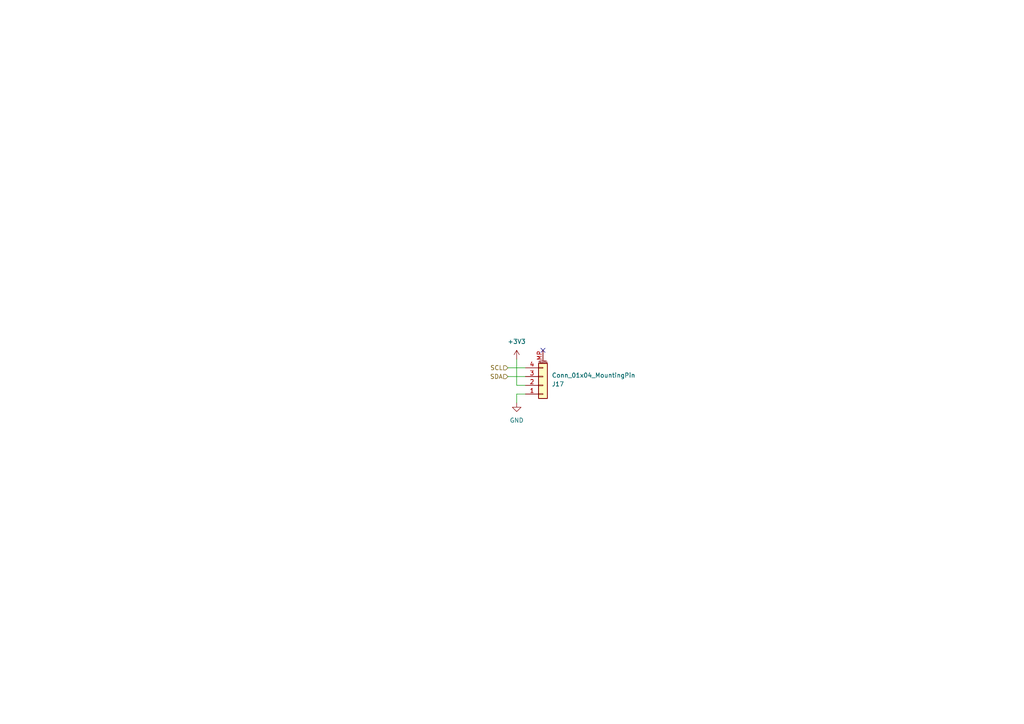
<source format=kicad_sch>
(kicad_sch (version 20250114) (generator "eeschema") (generator_version "9.0")
  (paper "A4")
  (lib_symbols
    (symbol "Connector_Generic_MountingPin:Conn_01x04_MountingPin" (pin_names (offset 1.016) (hide yes))
      (property "Reference" "J" (at 0 5.08 0))
      (property "Value" "Conn_01x04_MountingPin" (at 1.27 -7.62 0))
      (symbol "Conn_01x04_MountingPin_1_1"
        (rectangle (start -1.27 3.81) (end 1.27 -6.35) (stroke (width 0.254)) (fill (type background)))
        (rectangle (start -1.27 2.667) (end 0 2.413) (stroke (width 0.1524)))
        (rectangle (start -1.27 0.127) (end 0 -0.127) (stroke (width 0.1524)))
        (rectangle (start -1.27 -2.413) (end 0 -2.667) (stroke (width 0.1524)))
        (rectangle (start -1.27 -4.953) (end 0 -5.207) (stroke (width 0.1524)))
        (polyline (pts (xy -1.016 -7.112) (xy 1.016 -7.112)) (stroke (width 0.1524)))
        (text "Mounting" (at 0 -6.731 0) (effects (font (size 0.381 0.381))))
        (pin passive line (at -5.08 2.54 0) (length 3.81) (name "Pin_1") (number "1"))
        (pin passive line (at -5.08 0 0) (length 3.81) (name "Pin_2") (number "2"))
        (pin passive line (at -5.08 -2.54 0) (length 3.81) (name "Pin_3") (number "3"))
        (pin passive line (at -5.08 -5.08 0) (length 3.81) (name "Pin_4") (number "4"))
        (pin passive line (at 0 -10.16 90) (length 3.048) (name "MountPin") (number "MP"))
      )
    )
    (symbol "power:+3V3" (power) (pin_numbers (hide yes)) (pin_names (offset 0) (hide yes))
      (property "Value" "+3V3" (at 0 3.556 0))
      (symbol "+3V3_0_1"
        (polyline (pts (xy -0.762 1.27) (xy 0 2.54)))
        (polyline (pts (xy 0 2.54) (xy 0.762 1.27)))
        (polyline (pts (xy 0 0) (xy 0 2.54)))
      )
      (symbol "+3V3_1_1"
        (pin power_in line (at 0 0 90) (length 0) (name "~") (number "1"))
      )
    )
    (symbol "power:GND" (power) (pin_numbers (hide yes)) (pin_names (offset 0) (hide yes))
      (property "Value" "GND" (at 0 -3.81 0))
      (symbol "GND_0_1"
        (polyline (pts (xy 0 0) (xy 0 -1.27) (xy 1.27 -1.27) (xy 0 -2.54) (xy -1.27 -1.27) (xy 0 -1.27)))
      )
      (symbol "GND_1_1"
        (pin power_in line (at 0 0 270) (length 0) (name "~") (number "1"))
      )
    )
  )
  (no_connect (at 157.48 101.6))
  (wire (pts (xy 149.86 104.14) (xy 149.86 111.76)))
  (wire (pts (xy 149.86 111.76) (xy 152.4 111.76)))
  (wire (pts (xy 149.86 114.3) (xy 152.4 114.3)))
  (wire (pts (xy 149.86 116.84) (xy 149.86 114.3)))
  (wire (pts (xy 147.32 106.68) (xy 152.4 106.68)))
  (wire (pts (xy 147.32 109.22) (xy 152.4 109.22)))
  (hierarchical_label "SCL" (shape input) (at 147.32 106.68 180))
  (hierarchical_label "SDA" (shape input) (at 147.32 109.22 180))
  (symbol (lib_id "Connector_Generic_MountingPin:Conn_01x04_MountingPin") (at 157.48 111.76 0) (mirror x) (unit 1)
    (property "Reference" "J17" (at 160.02 111.4045 0) (effects (justify left)))
    (property "Value" "Conn_01x04_MountingPin" (at 160.02 108.8645 0) (effects (justify left)))
    (property "Footprint" "Connector_JST:JST_SH_BM04B-SRSS-TB_1x04-1MP_P1.00mm_Vertical" (effects (hide yes)))
    (property "Description" "Generic connectable mounting pin connector, single row, 01x04, script generated (kicad-library-utils/schlib/autogen/connector/)" (effects (hide yes)))
    (property "LCSC" "C160390" (effects (hide yes)))
  )
  (symbol (lib_id "power:GND") (at 149.86 116.84 0) (unit 1)
    (property "Reference" "#PWR0248" (effects (hide yes)))
    (property "Value" "GND" (at 149.86 121.92 0))
    (property "Description" "Power symbol creates a global label with name \"GND\" , ground" (effects (hide yes)))
  )
  (symbol (lib_id "power:+3V3") (at 149.86 104.14 0) (unit 1)
    (property "Reference" "#PWR0249" (effects (hide yes)))
    (property "Value" "+3V3" (at 149.86 99.06 0))
    (property "Description" "Power symbol creates a global label with name \"+3V3\"" (effects (hide yes)))
  )
)
</source>
